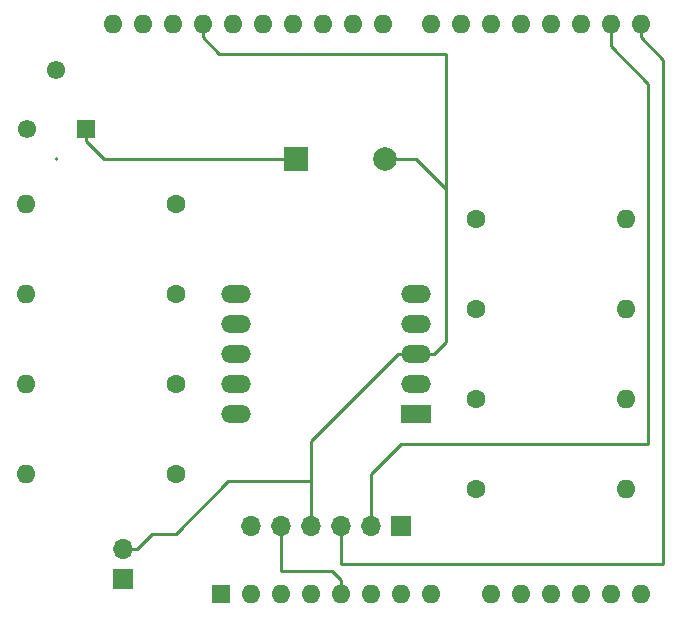
<source format=gbr>
G04 #@! TF.GenerationSoftware,KiCad,Pcbnew,(5.1.5)-3*
G04 #@! TF.CreationDate,2022-01-09T12:48:11+00:00*
G04 #@! TF.ProjectId,MorseSerialArduinoShield,4d6f7273-6553-4657-9269-616c41726475,rev?*
G04 #@! TF.SameCoordinates,Original*
G04 #@! TF.FileFunction,Copper,L2,Bot*
G04 #@! TF.FilePolarity,Positive*
%FSLAX46Y46*%
G04 Gerber Fmt 4.6, Leading zero omitted, Abs format (unit mm)*
G04 Created by KiCad (PCBNEW (5.1.5)-3) date 2022-01-09 12:48:11*
%MOMM*%
%LPD*%
G04 APERTURE LIST*
%ADD10O,1.700000X1.700000*%
%ADD11R,1.700000X1.700000*%
%ADD12O,1.600000X1.600000*%
%ADD13R,1.600000X1.600000*%
%ADD14C,1.550000*%
%ADD15R,1.550000X1.550000*%
%ADD16C,1.600000*%
%ADD17C,2.000000*%
%ADD18R,2.000000X2.000000*%
%ADD19R,2.524000X1.524000*%
%ADD20O,2.524000X1.524000*%
%ADD21C,0.250000*%
G04 APERTURE END LIST*
D10*
X130683000Y-122555000D03*
D11*
X130683000Y-125095000D03*
D10*
X141478000Y-120650000D03*
X144018000Y-120650000D03*
X146558000Y-120650000D03*
X149098000Y-120650000D03*
X151638000Y-120650000D03*
D11*
X154178000Y-120650000D03*
D12*
X129798000Y-78105000D03*
X132338000Y-78105000D03*
D13*
X138938000Y-126365000D03*
D12*
X169418000Y-78105000D03*
X141478000Y-126365000D03*
X166878000Y-78105000D03*
X144018000Y-126365000D03*
X164338000Y-78105000D03*
X146558000Y-126365000D03*
X161798000Y-78105000D03*
X149098000Y-126365000D03*
X159258000Y-78105000D03*
X151638000Y-126365000D03*
X156718000Y-78105000D03*
X154178000Y-126365000D03*
X152658000Y-78105000D03*
X156718000Y-126365000D03*
X150118000Y-78105000D03*
X161798000Y-126365000D03*
X147578000Y-78105000D03*
X164338000Y-126365000D03*
X145038000Y-78105000D03*
X166878000Y-126365000D03*
X142498000Y-78105000D03*
X169418000Y-126365000D03*
X139958000Y-78105000D03*
X171958000Y-126365000D03*
X137418000Y-78105000D03*
X174498000Y-126365000D03*
X134878000Y-78105000D03*
X174498000Y-78105000D03*
X171958000Y-78105000D03*
D14*
X125008000Y-81995000D03*
D15*
X127508000Y-86995000D03*
D14*
X122508000Y-86995000D03*
D12*
X173228000Y-117475000D03*
D16*
X160528000Y-117475000D03*
D17*
X152888000Y-89535000D03*
D18*
X145288000Y-89535000D03*
D19*
X155448000Y-111125000D03*
D20*
X155448000Y-108585000D03*
X155448000Y-106045000D03*
X155448000Y-103505000D03*
X155448000Y-100965000D03*
X140208000Y-100965000D03*
X140208000Y-103505000D03*
X140208000Y-106045000D03*
X140208000Y-108585000D03*
X140208000Y-111125000D03*
D12*
X122428000Y-93345000D03*
D16*
X135128000Y-93345000D03*
D12*
X173228000Y-109855000D03*
D16*
X160528000Y-109855000D03*
X160528000Y-102235000D03*
D12*
X173228000Y-102235000D03*
X173228000Y-94615000D03*
D16*
X160528000Y-94615000D03*
D12*
X122428000Y-100965000D03*
D16*
X135128000Y-100965000D03*
X135128000Y-108585000D03*
D12*
X122428000Y-108585000D03*
X122428000Y-116205000D03*
D16*
X135128000Y-116205000D03*
D21*
X152888000Y-89535000D02*
X155448000Y-89535000D01*
X155448000Y-89535000D02*
X157988000Y-92075000D01*
X156960000Y-106045000D02*
X155448000Y-106045000D01*
X157988000Y-105017000D02*
X156960000Y-106045000D01*
X157988000Y-92075000D02*
X157988000Y-105017000D01*
X137418000Y-79236370D02*
X138826630Y-80645000D01*
X137418000Y-78105000D02*
X137418000Y-79236370D01*
X138826630Y-80645000D02*
X157988000Y-80645000D01*
X157988000Y-80645000D02*
X157988000Y-92075000D01*
X153936000Y-106045000D02*
X155448000Y-106045000D01*
X146558000Y-113423000D02*
X153936000Y-106045000D01*
X146558000Y-120650000D02*
X146558000Y-113423000D01*
X131885081Y-122555000D02*
X133155081Y-121285000D01*
X130683000Y-122555000D02*
X131885081Y-122555000D01*
X133155081Y-121285000D02*
X135128000Y-121285000D01*
X135128000Y-121285000D02*
X139573000Y-116840000D01*
X139573000Y-116840000D02*
X146558000Y-116840000D01*
X171958000Y-80010000D02*
X171958000Y-78105000D01*
X151638000Y-116205000D02*
X154178000Y-113665000D01*
X151638000Y-120650000D02*
X151638000Y-116205000D01*
X175133000Y-113665000D02*
X175133000Y-83185000D01*
X154178000Y-113665000D02*
X175133000Y-113665000D01*
X175133000Y-83185000D02*
X171958000Y-80010000D01*
X149098000Y-123825000D02*
X149098000Y-120650000D01*
X176403000Y-123825000D02*
X149098000Y-123825000D01*
X176403000Y-81141370D02*
X176403000Y-123825000D01*
X174498000Y-78105000D02*
X174498000Y-79236370D01*
X174498000Y-79236370D02*
X176403000Y-81141370D01*
X125008000Y-89495000D02*
X125008000Y-89575000D01*
X148324370Y-124460000D02*
X144018000Y-124460000D01*
X144018000Y-124460000D02*
X144018000Y-120650000D01*
X149098000Y-126365000D02*
X149098000Y-125233630D01*
X149098000Y-125233630D02*
X148324370Y-124460000D01*
X127508000Y-88020000D02*
X127508000Y-86995000D01*
X129023000Y-89535000D02*
X127508000Y-88020000D01*
X145288000Y-89535000D02*
X129023000Y-89535000D01*
M02*

</source>
